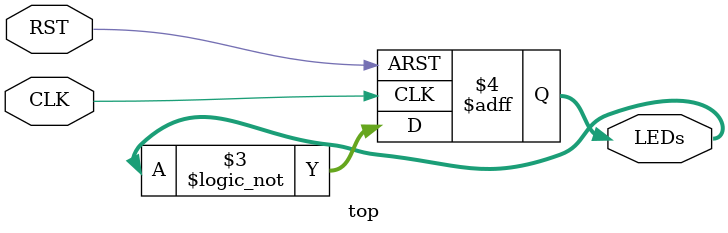
<source format=v>


module top(
	CLK,
	LEDs,
	RST
	);
	
	output reg [7:0] LEDs;
	input CLK;
	input RST;

	
	always @ (posedge CLK, negedge RST) begin
		if(!RST)
			LEDs <= 8'b11111111;
		else begin
		LEDs <= !LEDs;
		end
	end
	
endmodule
</source>
